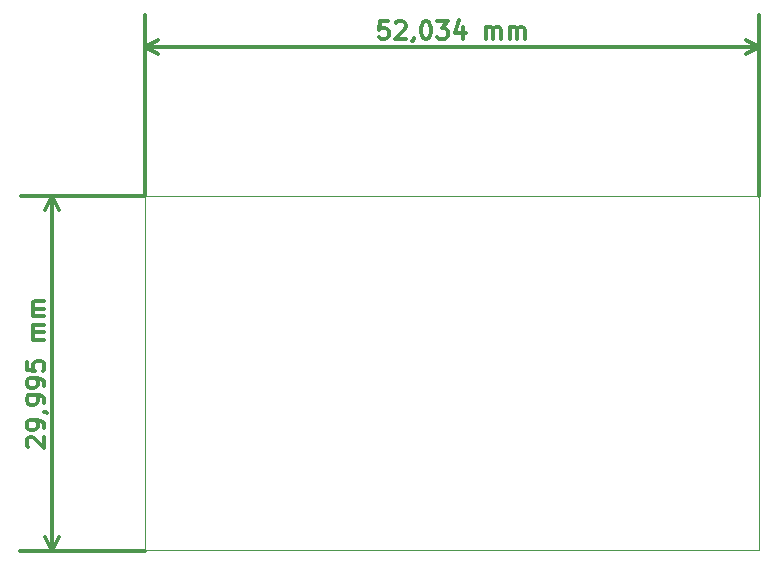
<source format=gbr>
G04 #@! TF.FileFunction,Drawing*
%FSLAX46Y46*%
G04 Gerber Fmt 4.6, Leading zero omitted, Abs format (unit mm)*
G04 Created by KiCad (PCBNEW 4.0.2+dfsg1-stable) date mer 23 gen 2019 10:30:30 CET*
%MOMM*%
G01*
G04 APERTURE LIST*
%ADD10C,0.100000*%
%ADD11C,0.300000*%
G04 APERTURE END LIST*
D10*
X173697120Y-70957440D02*
X121697120Y-70957440D01*
X173697120Y-100957440D02*
X173697120Y-70957440D01*
X121697120Y-100957440D02*
X173697120Y-100957440D01*
X121697120Y-70957440D02*
X121697120Y-100957440D01*
D11*
X111824069Y-92201079D02*
X111752676Y-92129614D01*
X111681320Y-91986721D01*
X111681501Y-91629578D01*
X111753003Y-91486757D01*
X111824468Y-91415365D01*
X111967361Y-91344009D01*
X112110218Y-91344082D01*
X112324468Y-91415619D01*
X113181174Y-92273197D01*
X113181646Y-91344626D01*
X113182009Y-90630341D02*
X113182154Y-90344626D01*
X113110799Y-90201733D01*
X113039406Y-90130269D01*
X112825194Y-89987302D01*
X112539515Y-89915729D01*
X111968087Y-89915438D01*
X111825194Y-89986794D01*
X111753728Y-90058186D01*
X111682227Y-90201007D01*
X111682082Y-90486721D01*
X111753438Y-90629615D01*
X111824831Y-90701080D01*
X111967652Y-90772581D01*
X112324794Y-90772763D01*
X112467688Y-90701406D01*
X112539152Y-90630015D01*
X112610654Y-90487193D01*
X112610799Y-90201479D01*
X112539442Y-90058586D01*
X112468051Y-89987120D01*
X112325230Y-89915620D01*
X113111307Y-89201734D02*
X113182735Y-89201770D01*
X113325556Y-89273271D01*
X113396948Y-89344736D01*
X113183098Y-88487484D02*
X113183243Y-88201769D01*
X113111887Y-88058876D01*
X113040495Y-87987412D01*
X112826282Y-87844445D01*
X112540604Y-87772872D01*
X111969176Y-87772582D01*
X111826282Y-87843937D01*
X111754817Y-87915330D01*
X111683316Y-88058150D01*
X111683170Y-88343864D01*
X111754527Y-88486759D01*
X111825920Y-88558223D01*
X111968740Y-88629724D01*
X112325883Y-88629906D01*
X112468776Y-88558550D01*
X112540241Y-88487158D01*
X112611742Y-88344336D01*
X112611888Y-88058622D01*
X112540531Y-87915729D01*
X112469139Y-87844264D01*
X112326319Y-87772763D01*
X113183824Y-87058914D02*
X113183969Y-86773199D01*
X113112613Y-86630305D01*
X113041221Y-86558841D01*
X112827008Y-86415874D01*
X112541330Y-86344301D01*
X111969902Y-86344011D01*
X111827008Y-86415366D01*
X111755543Y-86486759D01*
X111684041Y-86629580D01*
X111683896Y-86915294D01*
X111755253Y-87058188D01*
X111826645Y-87129652D01*
X111969466Y-87201154D01*
X112326609Y-87201335D01*
X112469502Y-87129979D01*
X112540967Y-87058587D01*
X112612468Y-86915765D01*
X112612613Y-86630051D01*
X112541257Y-86487158D01*
X112469865Y-86415693D01*
X112327045Y-86344192D01*
X111684876Y-84986723D02*
X111684513Y-85701009D01*
X112398763Y-85772801D01*
X112327371Y-85701335D01*
X112256015Y-85558442D01*
X112256196Y-85201299D01*
X112327698Y-85058478D01*
X112399162Y-84987086D01*
X112542055Y-84915730D01*
X112899198Y-84915912D01*
X113042019Y-84987412D01*
X113113412Y-85058878D01*
X113184767Y-85201771D01*
X113184586Y-85558914D01*
X113113085Y-85701735D01*
X113041620Y-85773127D01*
X113185820Y-83130343D02*
X112185820Y-83129835D01*
X112328678Y-83129908D02*
X112257285Y-83058443D01*
X112185929Y-82915549D01*
X112186037Y-82701264D01*
X112257539Y-82558443D01*
X112400432Y-82487087D01*
X113186146Y-82487486D01*
X112400432Y-82487087D02*
X112257612Y-82415585D01*
X112186255Y-82272692D01*
X112186364Y-82058407D01*
X112257866Y-81915586D01*
X112400759Y-81844230D01*
X113186473Y-81844629D01*
X113186836Y-81130343D02*
X112186836Y-81129835D01*
X112329694Y-81129908D02*
X112258301Y-81058444D01*
X112186945Y-80915549D01*
X112187054Y-80701264D01*
X112258555Y-80558444D01*
X112401448Y-80487087D01*
X113187162Y-80487486D01*
X112401448Y-80487087D02*
X112258628Y-80415586D01*
X112187271Y-80272692D01*
X112187380Y-80058407D01*
X112258882Y-79915586D01*
X112401775Y-79844230D01*
X113187489Y-79844630D01*
X113863417Y-70989024D02*
X113848177Y-100983884D01*
X121689500Y-70993000D02*
X111163417Y-70990396D01*
X121674260Y-100987860D02*
X111148177Y-100985256D01*
X113848177Y-100983884D02*
X113262329Y-99857082D01*
X113848177Y-100983884D02*
X114435170Y-99857678D01*
X113863417Y-70989024D02*
X113276424Y-72115230D01*
X113863417Y-70989024D02*
X114449265Y-72115826D01*
X142277442Y-56154172D02*
X141563156Y-56154451D01*
X141492006Y-56868765D01*
X141563407Y-56797309D01*
X141706236Y-56725824D01*
X142063379Y-56725685D01*
X142206264Y-56797058D01*
X142277721Y-56868458D01*
X142349204Y-57011287D01*
X142349344Y-57368430D01*
X142277972Y-57511315D01*
X142206571Y-57582772D01*
X142063741Y-57654256D01*
X141706598Y-57654395D01*
X141563714Y-57583023D01*
X141492257Y-57511622D01*
X142920353Y-56296779D02*
X142991754Y-56225322D01*
X143134584Y-56153837D01*
X143491727Y-56153698D01*
X143634611Y-56225071D01*
X143706068Y-56296472D01*
X143777552Y-56439301D01*
X143777608Y-56582158D01*
X143706264Y-56796472D01*
X142849455Y-57653949D01*
X143778026Y-57653586D01*
X144492283Y-57581879D02*
X144492311Y-57653307D01*
X144420939Y-57796193D01*
X144349538Y-57867649D01*
X145420297Y-56152945D02*
X145563154Y-56152889D01*
X145706039Y-56224262D01*
X145777496Y-56295663D01*
X145848981Y-56438492D01*
X145920521Y-56724178D01*
X145920660Y-57081321D01*
X145849344Y-57367063D01*
X145777970Y-57509948D01*
X145706569Y-57581405D01*
X145563740Y-57652889D01*
X145420883Y-57652945D01*
X145277998Y-57581572D01*
X145206541Y-57510171D01*
X145135058Y-57367342D01*
X145063517Y-57081656D01*
X145063378Y-56724513D01*
X145134695Y-56438771D01*
X145206067Y-56295886D01*
X145277468Y-56224429D01*
X145420297Y-56152945D01*
X146420297Y-56152554D02*
X147348868Y-56152192D01*
X146849091Y-56723816D01*
X147063377Y-56723732D01*
X147206262Y-56795105D01*
X147277719Y-56866505D01*
X147349203Y-57009334D01*
X147349342Y-57366477D01*
X147277970Y-57509362D01*
X147206569Y-57580819D01*
X147063740Y-57652303D01*
X146635168Y-57652470D01*
X146492283Y-57581098D01*
X146420827Y-57509697D01*
X148634777Y-56651689D02*
X148635168Y-57651689D01*
X148277411Y-56080401D02*
X147920687Y-57151968D01*
X148849259Y-57151606D01*
X150563739Y-57650936D02*
X150563348Y-56650936D01*
X150563404Y-56793794D02*
X150634804Y-56722337D01*
X150777634Y-56650853D01*
X150991919Y-56650769D01*
X151134804Y-56722142D01*
X151206289Y-56864971D01*
X151206596Y-57650685D01*
X151206289Y-56864971D02*
X151277662Y-56722086D01*
X151420491Y-56650602D01*
X151634776Y-56650518D01*
X151777662Y-56721891D01*
X151849146Y-56864720D01*
X151849453Y-57650434D01*
X152563739Y-57650155D02*
X152563348Y-56650155D01*
X152563404Y-56793013D02*
X152634804Y-56721556D01*
X152777634Y-56650072D01*
X152991919Y-56649988D01*
X153134804Y-56721361D01*
X153206289Y-56864190D01*
X153206596Y-57649904D01*
X153206289Y-56864190D02*
X153277662Y-56721305D01*
X153420491Y-56649821D01*
X153634776Y-56649737D01*
X153777662Y-56721110D01*
X153849146Y-56863939D01*
X153849453Y-57649653D01*
X121689639Y-58333641D02*
X173724079Y-58313321D01*
X121694580Y-70985380D02*
X121688585Y-55633641D01*
X173729020Y-70965060D02*
X173723025Y-55613321D01*
X173724079Y-58313321D02*
X172597804Y-58900182D01*
X173724079Y-58313321D02*
X172597346Y-57727340D01*
X121689639Y-58333641D02*
X122816372Y-58919622D01*
X121689639Y-58333641D02*
X122815914Y-57746780D01*
M02*

</source>
